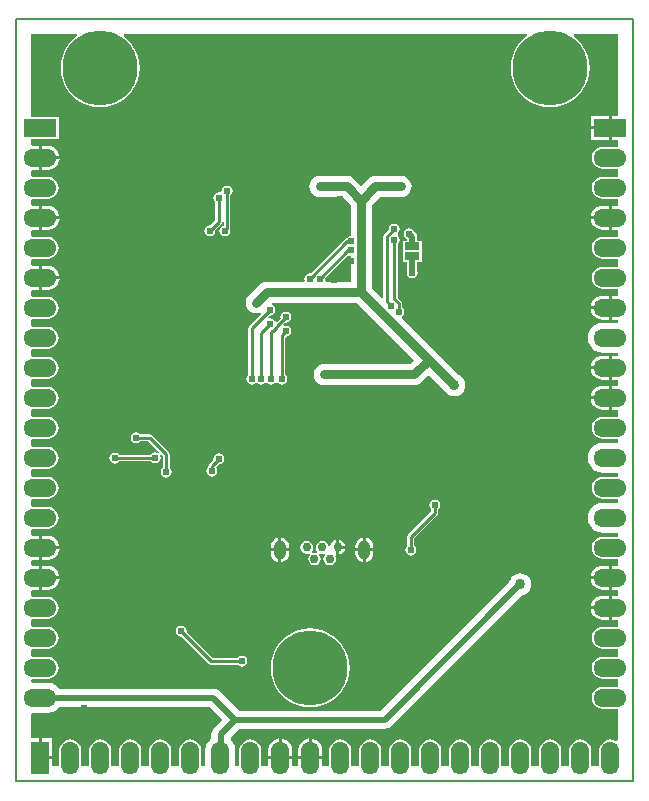
<source format=gbl>
G04 Layer_Physical_Order=2*
G04 Layer_Color=16711680*
%FSLAX25Y25*%
%MOIN*%
G70*
G01*
G75*
%ADD16C,0.01000*%
%ADD17C,0.02000*%
%ADD19C,0.03000*%
%ADD23C,0.00500*%
G04:AMPARAMS|DCode=24|XSize=39.37mil|YSize=62.99mil|CornerRadius=19.68mil|HoleSize=0mil|Usage=FLASHONLY|Rotation=0.000|XOffset=0mil|YOffset=0mil|HoleType=Round|Shape=RoundedRectangle|*
%AMROUNDEDRECTD24*
21,1,0.03937,0.02362,0,0,0.0*
21,1,0.00000,0.06299,0,0,0.0*
1,1,0.03937,0.00000,-0.01181*
1,1,0.03937,0.00000,-0.01181*
1,1,0.03937,0.00000,0.01181*
1,1,0.03937,0.00000,0.01181*
%
%ADD24ROUNDEDRECTD24*%
%ADD25C,0.02953*%
%ADD26C,0.25000*%
%ADD27O,0.11000X0.06000*%
%ADD28R,0.11000X0.06000*%
%ADD29O,0.06000X0.11000*%
%ADD30R,0.06000X0.11000*%
%ADD31C,0.02400*%
%ADD32C,0.03400*%
%ADD33R,0.05000X0.02500*%
G36*
X368721Y206000D02*
X365960Y203240D01*
X365479Y202613D01*
X365177Y201883D01*
X365074Y201100D01*
Y199857D01*
X364434Y199366D01*
X363632Y198322D01*
X363129Y197105D01*
X362957Y195800D01*
Y190800D01*
X362732Y190543D01*
X361856D01*
X361631Y190800D01*
Y195800D01*
X361507Y196740D01*
X361145Y197616D01*
X360567Y198368D01*
X359816Y198945D01*
X358940Y199307D01*
X358000Y199431D01*
X357060Y199307D01*
X356185Y198945D01*
X355433Y198368D01*
X354855Y197616D01*
X354493Y196740D01*
X354369Y195800D01*
Y190800D01*
X354144Y190543D01*
X351856D01*
X351631Y190800D01*
Y195800D01*
X351507Y196740D01*
X351145Y197616D01*
X350568Y198368D01*
X349816Y198945D01*
X348940Y199307D01*
X348000Y199431D01*
X347060Y199307D01*
X346184Y198945D01*
X345432Y198368D01*
X344855Y197616D01*
X344493Y196740D01*
X344369Y195800D01*
Y190800D01*
X344144Y190543D01*
X341856D01*
X341631Y190800D01*
Y195800D01*
X341507Y196740D01*
X341145Y197616D01*
X340567Y198368D01*
X339815Y198945D01*
X338940Y199307D01*
X338000Y199431D01*
X337060Y199307D01*
X336185Y198945D01*
X335433Y198368D01*
X334855Y197616D01*
X334493Y196740D01*
X334369Y195800D01*
Y190800D01*
X334144Y190543D01*
X331856D01*
X331631Y190800D01*
Y195800D01*
X331507Y196740D01*
X331145Y197616D01*
X330568Y198368D01*
X329816Y198945D01*
X328940Y199307D01*
X328000Y199431D01*
X327060Y199307D01*
X326185Y198945D01*
X325432Y198368D01*
X324855Y197616D01*
X324493Y196740D01*
X324369Y195800D01*
Y190800D01*
X324144Y190543D01*
X321856D01*
X321631Y190800D01*
Y195800D01*
X321507Y196740D01*
X321145Y197616D01*
X320567Y198368D01*
X319815Y198945D01*
X318940Y199307D01*
X318000Y199431D01*
X317060Y199307D01*
X316184Y198945D01*
X315433Y198368D01*
X314855Y197616D01*
X314493Y196740D01*
X314369Y195800D01*
Y190800D01*
X314144Y190543D01*
X312000D01*
Y192800D01*
X308000D01*
Y193300D01*
X307500D01*
Y199800D01*
X305043D01*
Y207862D01*
X305494Y208258D01*
X305500Y208257D01*
X310500D01*
X311805Y208429D01*
X313022Y208932D01*
X314066Y209734D01*
X314480Y210274D01*
X364447D01*
X368721Y206000D01*
D02*
G37*
G36*
X500457Y407300D02*
X498500D01*
Y403300D01*
Y399300D01*
X500457D01*
Y396931D01*
X495500D01*
X494560Y396807D01*
X493684Y396445D01*
X492932Y395867D01*
X492355Y395115D01*
X491993Y394240D01*
X491869Y393300D01*
X491993Y392360D01*
X492355Y391484D01*
X492932Y390733D01*
X493684Y390155D01*
X494560Y389793D01*
X495500Y389669D01*
X500457D01*
Y386931D01*
X495500D01*
X494560Y386807D01*
X493684Y386445D01*
X492932Y385868D01*
X492355Y385116D01*
X491993Y384240D01*
X491869Y383300D01*
X491993Y382360D01*
X492355Y381485D01*
X492932Y380732D01*
X493684Y380155D01*
X494560Y379793D01*
X495500Y379669D01*
X500457D01*
Y377334D01*
X498500D01*
Y373300D01*
Y369266D01*
X500457D01*
Y366931D01*
X495500D01*
X494560Y366807D01*
X493684Y366445D01*
X492932Y365867D01*
X492355Y365115D01*
X491993Y364240D01*
X491869Y363300D01*
X491993Y362360D01*
X492355Y361485D01*
X492932Y360733D01*
X493684Y360155D01*
X494560Y359793D01*
X495500Y359669D01*
X500457D01*
Y356931D01*
X495500D01*
X494560Y356807D01*
X493684Y356445D01*
X492932Y355868D01*
X492355Y355116D01*
X491993Y354240D01*
X491869Y353300D01*
X491993Y352360D01*
X492355Y351484D01*
X492932Y350732D01*
X493684Y350155D01*
X494560Y349793D01*
X495500Y349669D01*
X500457D01*
Y347335D01*
X498500D01*
Y343300D01*
Y339265D01*
X500457D01*
Y338343D01*
X495500D01*
X494195Y338171D01*
X492978Y337667D01*
X491934Y336866D01*
X491132Y335822D01*
X490629Y334605D01*
X490457Y333300D01*
X490629Y331995D01*
X491132Y330778D01*
X491934Y329734D01*
X492978Y328932D01*
X494195Y328429D01*
X495500Y328257D01*
X500457D01*
Y327334D01*
X498500D01*
Y323300D01*
Y319266D01*
X500457D01*
Y317335D01*
X498500D01*
Y313300D01*
Y309265D01*
X500457D01*
Y306931D01*
X495500D01*
X494560Y306807D01*
X493684Y306445D01*
X492932Y305868D01*
X492355Y305116D01*
X491993Y304240D01*
X491869Y303300D01*
X491993Y302360D01*
X492355Y301484D01*
X492932Y300732D01*
X493684Y300155D01*
X494560Y299793D01*
X495500Y299669D01*
X500457D01*
Y298343D01*
X495500D01*
X494195Y298171D01*
X492978Y297668D01*
X491934Y296866D01*
X491132Y295822D01*
X490629Y294605D01*
X490457Y293300D01*
X490629Y291995D01*
X491132Y290778D01*
X491934Y289734D01*
X492978Y288932D01*
X494195Y288429D01*
X495500Y288257D01*
X500457D01*
Y286931D01*
X495500D01*
X494560Y286807D01*
X493684Y286445D01*
X492932Y285868D01*
X492355Y285116D01*
X491993Y284240D01*
X491869Y283300D01*
X491993Y282360D01*
X492355Y281485D01*
X492932Y280732D01*
X493684Y280155D01*
X494560Y279793D01*
X495500Y279669D01*
X500457D01*
Y278343D01*
X495500D01*
X494195Y278171D01*
X492978Y277667D01*
X491934Y276866D01*
X491132Y275822D01*
X490629Y274605D01*
X490457Y273300D01*
X490629Y271995D01*
X491132Y270778D01*
X491934Y269734D01*
X492978Y268933D01*
X494195Y268429D01*
X495500Y268257D01*
X500457D01*
Y266931D01*
X495500D01*
X494560Y266807D01*
X493684Y266445D01*
X492932Y265867D01*
X492355Y265115D01*
X491993Y264240D01*
X491869Y263300D01*
X491993Y262360D01*
X492355Y261485D01*
X492932Y260733D01*
X493684Y260155D01*
X494560Y259793D01*
X495500Y259669D01*
X500457D01*
Y257334D01*
X498500D01*
Y253300D01*
Y249266D01*
X500457D01*
Y247335D01*
X498500D01*
Y243300D01*
Y239265D01*
X500457D01*
Y236931D01*
X495500D01*
X494560Y236807D01*
X493684Y236445D01*
X492932Y235868D01*
X492355Y235116D01*
X491993Y234240D01*
X491869Y233300D01*
X491993Y232360D01*
X492355Y231485D01*
X492932Y230732D01*
X493684Y230155D01*
X494560Y229793D01*
X495500Y229669D01*
X500457D01*
Y226931D01*
X495500D01*
X494560Y226807D01*
X493684Y226445D01*
X492932Y225868D01*
X492355Y225115D01*
X491993Y224240D01*
X491869Y223300D01*
X491993Y222360D01*
X492355Y221484D01*
X492932Y220732D01*
X493684Y220155D01*
X494560Y219793D01*
X495500Y219669D01*
X500457D01*
Y216931D01*
X495500D01*
X494560Y216807D01*
X493684Y216445D01*
X492932Y215867D01*
X492355Y215115D01*
X491993Y214240D01*
X491869Y213300D01*
X491993Y212360D01*
X492355Y211485D01*
X492932Y210733D01*
X493684Y210155D01*
X494560Y209793D01*
X495500Y209669D01*
X500457D01*
Y199131D01*
X499919Y198865D01*
X499816Y198945D01*
X498940Y199307D01*
X498000Y199431D01*
X497060Y199307D01*
X496184Y198945D01*
X495432Y198368D01*
X494855Y197616D01*
X494493Y196740D01*
X494369Y195800D01*
Y190800D01*
X494144Y190543D01*
X491856D01*
X491631Y190800D01*
Y195800D01*
X491507Y196740D01*
X491145Y197616D01*
X490568Y198368D01*
X489816Y198945D01*
X488940Y199307D01*
X488000Y199431D01*
X487060Y199307D01*
X486185Y198945D01*
X485432Y198368D01*
X484855Y197616D01*
X484493Y196740D01*
X484369Y195800D01*
Y190800D01*
X484144Y190543D01*
X481856D01*
X481631Y190800D01*
Y195800D01*
X481507Y196740D01*
X481145Y197616D01*
X480568Y198368D01*
X479815Y198945D01*
X478940Y199307D01*
X478000Y199431D01*
X477060Y199307D01*
X476185Y198945D01*
X475432Y198368D01*
X474855Y197616D01*
X474493Y196740D01*
X474369Y195800D01*
Y190800D01*
X474144Y190543D01*
X471856D01*
X471631Y190800D01*
Y195800D01*
X471507Y196740D01*
X471145Y197616D01*
X470568Y198368D01*
X469815Y198945D01*
X468940Y199307D01*
X468000Y199431D01*
X467060Y199307D01*
X466185Y198945D01*
X465432Y198368D01*
X464855Y197616D01*
X464493Y196740D01*
X464369Y195800D01*
Y190800D01*
X464144Y190543D01*
X461856D01*
X461631Y190800D01*
Y195800D01*
X461507Y196740D01*
X461145Y197616D01*
X460568Y198368D01*
X459816Y198945D01*
X458940Y199307D01*
X458000Y199431D01*
X457060Y199307D01*
X456184Y198945D01*
X455432Y198368D01*
X454855Y197616D01*
X454493Y196740D01*
X454369Y195800D01*
Y190800D01*
X454144Y190543D01*
X451856D01*
X451631Y190800D01*
Y195800D01*
X451507Y196740D01*
X451145Y197616D01*
X450568Y198368D01*
X449816Y198945D01*
X448940Y199307D01*
X448000Y199431D01*
X447060Y199307D01*
X446184Y198945D01*
X445432Y198368D01*
X444855Y197616D01*
X444493Y196740D01*
X444369Y195800D01*
Y190800D01*
X444144Y190543D01*
X441856D01*
X441631Y190800D01*
Y195800D01*
X441507Y196740D01*
X441145Y197616D01*
X440568Y198368D01*
X439816Y198945D01*
X438940Y199307D01*
X438000Y199431D01*
X437060Y199307D01*
X436185Y198945D01*
X435432Y198368D01*
X434855Y197616D01*
X434493Y196740D01*
X434369Y195800D01*
Y190800D01*
X434144Y190543D01*
X431856D01*
X431631Y190800D01*
Y195800D01*
X431507Y196740D01*
X431145Y197616D01*
X430568Y198368D01*
X429815Y198945D01*
X428940Y199307D01*
X428000Y199431D01*
X427060Y199307D01*
X426185Y198945D01*
X425432Y198368D01*
X424855Y197616D01*
X424493Y196740D01*
X424369Y195800D01*
Y190800D01*
X424144Y190543D01*
X421856D01*
X421631Y190800D01*
Y195800D01*
X421507Y196740D01*
X421145Y197616D01*
X420568Y198368D01*
X419815Y198945D01*
X418940Y199307D01*
X418000Y199431D01*
X417060Y199307D01*
X416185Y198945D01*
X415432Y198368D01*
X414855Y197616D01*
X414493Y196740D01*
X414369Y195800D01*
Y190800D01*
X414144Y190543D01*
X411856D01*
X411631Y190800D01*
Y195800D01*
X411507Y196740D01*
X411145Y197616D01*
X410568Y198368D01*
X409816Y198945D01*
X408940Y199307D01*
X408000Y199431D01*
X407060Y199307D01*
X406184Y198945D01*
X405433Y198368D01*
X404855Y197616D01*
X404493Y196740D01*
X404369Y195800D01*
Y190800D01*
X404144Y190543D01*
X402260D01*
X402035Y190800D01*
Y192800D01*
X398000D01*
X393966D01*
Y190800D01*
X393740Y190543D01*
X392260D01*
X392035Y190800D01*
Y192800D01*
X388000D01*
X383965D01*
Y190800D01*
X383740Y190543D01*
X381856D01*
X381631Y190800D01*
Y195800D01*
X381507Y196740D01*
X381145Y197616D01*
X380568Y198368D01*
X379816Y198945D01*
X378940Y199307D01*
X378000Y199431D01*
X377060Y199307D01*
X376185Y198945D01*
X375432Y198368D01*
X374855Y197616D01*
X374493Y196740D01*
X374369Y195800D01*
Y190800D01*
X374144Y190543D01*
X373268D01*
X373043Y190800D01*
Y195800D01*
X372871Y197105D01*
X372368Y198322D01*
X371566Y199366D01*
X371513Y199407D01*
X371466Y200187D01*
X374253Y202974D01*
X422900D01*
X423683Y203077D01*
X424413Y203380D01*
X425040Y203860D01*
X468630Y247451D01*
X468966Y247495D01*
X469866Y247868D01*
X470639Y248461D01*
X471232Y249234D01*
X471605Y250134D01*
X471732Y251100D01*
X471605Y252066D01*
X471232Y252966D01*
X470639Y253739D01*
X469866Y254332D01*
X468966Y254705D01*
X468000Y254832D01*
X467034Y254705D01*
X466134Y254332D01*
X465361Y253739D01*
X464768Y252966D01*
X464395Y252066D01*
X464351Y251730D01*
X421647Y209026D01*
X374253D01*
X367840Y215440D01*
X367213Y215920D01*
X366483Y216223D01*
X365700Y216326D01*
X314480D01*
X314066Y216866D01*
X313022Y217668D01*
X311805Y218171D01*
X310500Y218343D01*
X305535D01*
X305084Y218771D01*
X305084Y219267D01*
X305500Y219669D01*
X310500D01*
X311440Y219793D01*
X312316Y220155D01*
X313068Y220732D01*
X313645Y221484D01*
X314007Y222360D01*
X314131Y223300D01*
X314007Y224240D01*
X313645Y225115D01*
X313068Y225868D01*
X312316Y226445D01*
X311440Y226807D01*
X310500Y226931D01*
X305500D01*
X305494Y226930D01*
X305043Y227326D01*
Y229274D01*
X305494Y229670D01*
X305500Y229669D01*
X310500D01*
X311440Y229793D01*
X312316Y230155D01*
X313068Y230732D01*
X313645Y231485D01*
X314007Y232360D01*
X314131Y233300D01*
X314007Y234240D01*
X313645Y235116D01*
X313068Y235868D01*
X312316Y236445D01*
X311440Y236807D01*
X310500Y236931D01*
X305500D01*
X305494Y236930D01*
X305043Y237326D01*
Y239274D01*
X305494Y239670D01*
X305500Y239669D01*
X310500D01*
X311440Y239793D01*
X312316Y240155D01*
X313068Y240733D01*
X313645Y241484D01*
X314007Y242360D01*
X314131Y243300D01*
X314007Y244240D01*
X313645Y245115D01*
X313068Y245867D01*
X312316Y246445D01*
X311440Y246807D01*
X310500Y246931D01*
X305500D01*
X305494Y246930D01*
X305043Y247326D01*
Y248871D01*
X305494Y249266D01*
X305500Y249266D01*
X307500D01*
Y253300D01*
Y257334D01*
X305500D01*
X305494Y257334D01*
X305043Y257729D01*
Y258871D01*
X305494Y259266D01*
X305500Y259265D01*
X307500D01*
Y263300D01*
Y267335D01*
X305500D01*
X305494Y267334D01*
X305043Y267729D01*
Y269274D01*
X305494Y269670D01*
X305500Y269669D01*
X310500D01*
X311440Y269793D01*
X312316Y270155D01*
X313068Y270732D01*
X313645Y271484D01*
X314007Y272360D01*
X314131Y273300D01*
X314007Y274240D01*
X313645Y275115D01*
X313068Y275868D01*
X312316Y276445D01*
X311440Y276807D01*
X310500Y276931D01*
X305500D01*
X305494Y276930D01*
X305043Y277326D01*
Y279274D01*
X305494Y279670D01*
X305500Y279669D01*
X310500D01*
X311440Y279793D01*
X312316Y280155D01*
X313068Y280732D01*
X313645Y281485D01*
X314007Y282360D01*
X314131Y283300D01*
X314007Y284240D01*
X313645Y285116D01*
X313068Y285868D01*
X312316Y286445D01*
X311440Y286807D01*
X310500Y286931D01*
X305500D01*
X305494Y286930D01*
X305043Y287326D01*
Y289274D01*
X305494Y289670D01*
X305500Y289669D01*
X310500D01*
X311440Y289793D01*
X312316Y290155D01*
X313068Y290733D01*
X313645Y291484D01*
X314007Y292360D01*
X314131Y293300D01*
X314007Y294240D01*
X313645Y295115D01*
X313068Y295867D01*
X312316Y296445D01*
X311440Y296807D01*
X310500Y296931D01*
X305500D01*
X305494Y296930D01*
X305043Y297326D01*
Y299274D01*
X305494Y299670D01*
X305500Y299669D01*
X310500D01*
X311440Y299793D01*
X312316Y300155D01*
X313068Y300732D01*
X313645Y301484D01*
X314007Y302360D01*
X314131Y303300D01*
X314007Y304240D01*
X313645Y305116D01*
X313068Y305868D01*
X312316Y306445D01*
X311440Y306807D01*
X310500Y306931D01*
X305500D01*
X305494Y306930D01*
X305043Y307326D01*
Y309274D01*
X305494Y309670D01*
X305500Y309669D01*
X310500D01*
X311440Y309793D01*
X312316Y310155D01*
X313068Y310733D01*
X313645Y311485D01*
X314007Y312360D01*
X314131Y313300D01*
X314007Y314240D01*
X313645Y315115D01*
X313068Y315867D01*
X312316Y316445D01*
X311440Y316807D01*
X310500Y316931D01*
X305500D01*
X305494Y316930D01*
X305043Y317326D01*
Y319274D01*
X305494Y319670D01*
X305500Y319669D01*
X310500D01*
X311440Y319793D01*
X312316Y320155D01*
X313068Y320732D01*
X313645Y321484D01*
X314007Y322360D01*
X314131Y323300D01*
X314007Y324240D01*
X313645Y325115D01*
X313068Y325868D01*
X312316Y326445D01*
X311440Y326807D01*
X310500Y326931D01*
X305500D01*
X305494Y326930D01*
X305043Y327326D01*
Y329274D01*
X305494Y329670D01*
X305500Y329669D01*
X310500D01*
X311440Y329793D01*
X312316Y330155D01*
X313068Y330732D01*
X313645Y331485D01*
X314007Y332360D01*
X314131Y333300D01*
X314007Y334240D01*
X313645Y335116D01*
X313068Y335868D01*
X312316Y336445D01*
X311440Y336807D01*
X310500Y336931D01*
X305500D01*
X305494Y336930D01*
X305043Y337326D01*
Y339274D01*
X305494Y339670D01*
X305500Y339669D01*
X310500D01*
X311440Y339793D01*
X312316Y340155D01*
X313068Y340733D01*
X313645Y341484D01*
X314007Y342360D01*
X314131Y343300D01*
X314007Y344240D01*
X313645Y345115D01*
X313068Y345867D01*
X312316Y346445D01*
X311440Y346807D01*
X310500Y346931D01*
X305500D01*
X305494Y346930D01*
X305043Y347326D01*
Y348871D01*
X305494Y349266D01*
X305500Y349266D01*
X307500D01*
Y353300D01*
Y357334D01*
X305500D01*
X305494Y357334D01*
X305043Y357729D01*
Y359274D01*
X305494Y359670D01*
X305500Y359669D01*
X310500D01*
X311440Y359793D01*
X312316Y360155D01*
X313068Y360733D01*
X313645Y361485D01*
X314007Y362360D01*
X314131Y363300D01*
X314007Y364240D01*
X313645Y365115D01*
X313068Y365867D01*
X312316Y366445D01*
X311440Y366807D01*
X310500Y366931D01*
X305500D01*
X305494Y366930D01*
X305043Y367326D01*
Y368871D01*
X305494Y369266D01*
X305500Y369266D01*
X307500D01*
Y373300D01*
Y377334D01*
X305500D01*
X305494Y377334D01*
X305043Y377729D01*
Y379274D01*
X305494Y379670D01*
X305500Y379669D01*
X310500D01*
X311440Y379793D01*
X312316Y380155D01*
X313068Y380732D01*
X313645Y381485D01*
X314007Y382360D01*
X314131Y383300D01*
X314007Y384240D01*
X313645Y385116D01*
X313068Y385868D01*
X312316Y386445D01*
X311440Y386807D01*
X310500Y386931D01*
X305500D01*
X305494Y386930D01*
X305043Y387326D01*
Y388871D01*
X305494Y389266D01*
X305500Y389265D01*
X307500D01*
Y393300D01*
Y397335D01*
X305500D01*
X305494Y397334D01*
X305043Y397729D01*
Y399700D01*
X314100D01*
Y406900D01*
X305043D01*
Y434457D01*
X320101D01*
X320190Y433857D01*
X318708Y432592D01*
X317369Y431024D01*
X316292Y429266D01*
X315503Y427361D01*
X315021Y425356D01*
X314860Y423300D01*
X315021Y421244D01*
X315503Y419239D01*
X316292Y417334D01*
X317369Y415576D01*
X318708Y414008D01*
X320276Y412669D01*
X322034Y411592D01*
X323939Y410803D01*
X325944Y410321D01*
X328000Y410159D01*
X330056Y410321D01*
X332061Y410803D01*
X333966Y411592D01*
X335724Y412669D01*
X337292Y414008D01*
X338631Y415576D01*
X339708Y417334D01*
X340497Y419239D01*
X340979Y421244D01*
X341141Y423300D01*
X340979Y425356D01*
X340497Y427361D01*
X339708Y429266D01*
X338631Y431024D01*
X337292Y432592D01*
X335810Y433857D01*
X335899Y434457D01*
X470101D01*
X470190Y433857D01*
X468708Y432592D01*
X467369Y431024D01*
X466292Y429266D01*
X465503Y427361D01*
X465021Y425356D01*
X464859Y423300D01*
X465021Y421244D01*
X465503Y419239D01*
X466292Y417334D01*
X467369Y415576D01*
X468708Y414008D01*
X470276Y412669D01*
X472034Y411592D01*
X473939Y410803D01*
X475944Y410321D01*
X478000Y410159D01*
X480056Y410321D01*
X482061Y410803D01*
X483966Y411592D01*
X485724Y412669D01*
X487292Y414008D01*
X488631Y415576D01*
X489708Y417334D01*
X490497Y419239D01*
X490979Y421244D01*
X491141Y423300D01*
X490979Y425356D01*
X490497Y427361D01*
X489708Y429266D01*
X488631Y431024D01*
X487292Y432592D01*
X485810Y433857D01*
X485899Y434457D01*
X500457D01*
Y407300D01*
D02*
G37*
%LPC*%
G36*
X312000Y199800D02*
X308500D01*
Y193800D01*
X312000D01*
Y199800D01*
D02*
G37*
G36*
X419051Y262134D02*
X416557D01*
Y258524D01*
X416832Y258561D01*
X417554Y258860D01*
X418174Y259336D01*
X418650Y259956D01*
X418949Y260678D01*
X419051Y261453D01*
Y262134D01*
D02*
G37*
G36*
X314469Y262800D02*
X308500D01*
Y259265D01*
X310500D01*
X311544Y259403D01*
X312517Y259806D01*
X313353Y260447D01*
X313994Y261283D01*
X314397Y262256D01*
X314469Y262800D01*
D02*
G37*
G36*
X415557Y262134D02*
X413063D01*
Y261453D01*
X413165Y260678D01*
X413464Y259956D01*
X413940Y259336D01*
X414560Y258860D01*
X415282Y258561D01*
X415557Y258524D01*
Y262134D01*
D02*
G37*
G36*
X497500Y257334D02*
X495500D01*
X494456Y257197D01*
X493483Y256794D01*
X492647Y256153D01*
X492006Y255317D01*
X491603Y254344D01*
X491531Y253800D01*
X497500D01*
Y257334D01*
D02*
G37*
G36*
X387407Y262134D02*
X384913D01*
Y261453D01*
X385015Y260678D01*
X385314Y259956D01*
X385790Y259336D01*
X386410Y258860D01*
X387132Y258561D01*
X387407Y258524D01*
Y262134D01*
D02*
G37*
G36*
X390901D02*
X388407D01*
Y258524D01*
X388682Y258561D01*
X389404Y258860D01*
X390024Y259336D01*
X390500Y259956D01*
X390799Y260678D01*
X390901Y261453D01*
Y262134D01*
D02*
G37*
G36*
X388407Y266743D02*
Y263134D01*
X390901D01*
Y263815D01*
X390799Y264590D01*
X390500Y265312D01*
X390024Y265932D01*
X389404Y266408D01*
X388682Y266707D01*
X388407Y266743D01*
D02*
G37*
G36*
X415557D02*
X415282Y266707D01*
X414560Y266408D01*
X413940Y265932D01*
X413464Y265312D01*
X413165Y264590D01*
X413063Y263815D01*
Y263134D01*
X415557D01*
Y266743D01*
D02*
G37*
G36*
X416557D02*
Y263134D01*
X419051D01*
Y263815D01*
X418949Y264590D01*
X418650Y265312D01*
X418174Y265932D01*
X417554Y266408D01*
X416832Y266707D01*
X416557Y266743D01*
D02*
G37*
G36*
X439500Y279335D02*
X438798Y279196D01*
X438202Y278798D01*
X437804Y278202D01*
X437665Y277500D01*
X437804Y276798D01*
X438202Y276202D01*
X438378Y276085D01*
Y275465D01*
X430707Y267793D01*
X430464Y267429D01*
X430378Y267000D01*
X430378Y267000D01*
Y263915D01*
X430202Y263798D01*
X429804Y263202D01*
X429665Y262500D01*
X429804Y261798D01*
X430202Y261202D01*
X430798Y260804D01*
X431500Y260665D01*
X432202Y260804D01*
X432798Y261202D01*
X433196Y261798D01*
X433335Y262500D01*
X433196Y263202D01*
X432798Y263798D01*
X432622Y263915D01*
Y266535D01*
X440293Y274207D01*
X440293Y274207D01*
X440536Y274571D01*
X440622Y275000D01*
X440622Y275000D01*
Y276085D01*
X440798Y276202D01*
X441196Y276798D01*
X441335Y277500D01*
X441196Y278202D01*
X440798Y278798D01*
X440202Y279196D01*
X439500Y279335D01*
D02*
G37*
G36*
X409525Y263000D02*
X407600D01*
Y261075D01*
X408066Y261167D01*
X408885Y261715D01*
X409433Y262534D01*
X409525Y263000D01*
D02*
G37*
G36*
X387407Y266743D02*
X387132Y266707D01*
X386410Y266408D01*
X385790Y265932D01*
X385314Y265312D01*
X385015Y264590D01*
X384913Y263815D01*
Y263134D01*
X387407D01*
Y266743D01*
D02*
G37*
G36*
X388500Y199769D02*
Y193800D01*
X392035D01*
Y195800D01*
X391897Y196844D01*
X391494Y197817D01*
X390853Y198653D01*
X390017Y199294D01*
X389044Y199697D01*
X388500Y199769D01*
D02*
G37*
G36*
X398500D02*
Y193800D01*
X402035D01*
Y195800D01*
X401897Y196844D01*
X401494Y197817D01*
X400853Y198653D01*
X400017Y199294D01*
X399044Y199697D01*
X398500Y199769D01*
D02*
G37*
G36*
X398000Y236440D02*
X395944Y236279D01*
X393939Y235797D01*
X392034Y235008D01*
X390276Y233931D01*
X388708Y232592D01*
X387369Y231024D01*
X386292Y229266D01*
X385503Y227361D01*
X385021Y225356D01*
X384859Y223300D01*
X385021Y221244D01*
X385503Y219239D01*
X386292Y217334D01*
X387369Y215576D01*
X388708Y214008D01*
X390276Y212669D01*
X392034Y211592D01*
X393939Y210803D01*
X395944Y210321D01*
X398000Y210159D01*
X400056Y210321D01*
X402061Y210803D01*
X403966Y211592D01*
X405724Y212669D01*
X407292Y214008D01*
X408631Y215576D01*
X409708Y217334D01*
X410497Y219239D01*
X410979Y221244D01*
X411140Y223300D01*
X410979Y225356D01*
X410497Y227361D01*
X409708Y229266D01*
X408631Y231024D01*
X407292Y232592D01*
X405724Y233931D01*
X403966Y235008D01*
X402061Y235797D01*
X400056Y236279D01*
X398000Y236440D01*
D02*
G37*
G36*
X387500Y199769D02*
X386956Y199697D01*
X385983Y199294D01*
X385147Y198653D01*
X384506Y197817D01*
X384103Y196844D01*
X383965Y195800D01*
Y193800D01*
X387500D01*
Y199769D01*
D02*
G37*
G36*
X397500D02*
X396956Y199697D01*
X395983Y199294D01*
X395147Y198653D01*
X394506Y197817D01*
X394103Y196844D01*
X393966Y195800D01*
Y193800D01*
X397500D01*
Y199769D01*
D02*
G37*
G36*
X314469Y252800D02*
X308500D01*
Y249266D01*
X310500D01*
X311544Y249403D01*
X312517Y249806D01*
X313353Y250447D01*
X313994Y251283D01*
X314397Y252256D01*
X314469Y252800D01*
D02*
G37*
G36*
X497500D02*
X491531D01*
X491603Y252256D01*
X492006Y251283D01*
X492647Y250447D01*
X493483Y249806D01*
X494456Y249403D01*
X495500Y249266D01*
X497500D01*
Y252800D01*
D02*
G37*
G36*
X310500Y257334D02*
X308500D01*
Y253800D01*
X314469D01*
X314397Y254344D01*
X313994Y255317D01*
X313353Y256153D01*
X312517Y256794D01*
X311544Y257197D01*
X310500Y257334D01*
D02*
G37*
G36*
X355000Y237335D02*
X354298Y237196D01*
X353702Y236798D01*
X353304Y236202D01*
X353165Y235500D01*
X353304Y234798D01*
X353702Y234202D01*
X354298Y233804D01*
X355000Y233665D01*
X355208Y233706D01*
X364207Y224707D01*
X364207Y224707D01*
X364571Y224464D01*
X365000Y224378D01*
X365000Y224378D01*
X373718D01*
X373836Y224202D01*
X374431Y223804D01*
X375133Y223665D01*
X375836Y223804D01*
X376431Y224202D01*
X376829Y224798D01*
X376969Y225500D01*
X376829Y226202D01*
X376431Y226798D01*
X375836Y227196D01*
X375133Y227335D01*
X374431Y227196D01*
X373836Y226798D01*
X373718Y226622D01*
X365465D01*
X356794Y235292D01*
X356835Y235500D01*
X356696Y236202D01*
X356298Y236798D01*
X355702Y237196D01*
X355000Y237335D01*
D02*
G37*
G36*
X497500Y242800D02*
X491531D01*
X491603Y242256D01*
X492006Y241283D01*
X492647Y240447D01*
X493483Y239806D01*
X494456Y239403D01*
X495500Y239265D01*
X497500D01*
Y242800D01*
D02*
G37*
G36*
Y247335D02*
X495500D01*
X494456Y247197D01*
X493483Y246794D01*
X492647Y246153D01*
X492006Y245317D01*
X491603Y244344D01*
X491531Y243800D01*
X497500D01*
Y247335D01*
D02*
G37*
G36*
X314469Y372800D02*
X308500D01*
Y369266D01*
X310500D01*
X311544Y369403D01*
X312517Y369806D01*
X313353Y370447D01*
X313994Y371283D01*
X314397Y372256D01*
X314469Y372800D01*
D02*
G37*
G36*
X497500D02*
X491531D01*
X491603Y372256D01*
X492006Y371283D01*
X492647Y370447D01*
X493483Y369806D01*
X494456Y369403D01*
X495500Y369266D01*
X497500D01*
Y372800D01*
D02*
G37*
G36*
X310500Y377334D02*
X308500D01*
Y373800D01*
X314469D01*
X314397Y374344D01*
X313994Y375317D01*
X313353Y376153D01*
X312517Y376794D01*
X311544Y377197D01*
X310500Y377334D01*
D02*
G37*
G36*
X497500Y407300D02*
X491500D01*
Y403800D01*
X497500D01*
Y407300D01*
D02*
G37*
G36*
X431000Y369835D02*
X430298Y369696D01*
X429702Y369298D01*
X429304Y368702D01*
X429165Y368000D01*
X429304Y367298D01*
X429702Y366702D01*
X430298Y366304D01*
X430369Y366290D01*
Y365644D01*
X430292Y365593D01*
X428900D01*
Y361893D01*
Y358650D01*
X430369D01*
Y355798D01*
X430304Y355702D01*
X430165Y355000D01*
X430304Y354298D01*
X430702Y353702D01*
X431298Y353304D01*
X432000Y353165D01*
X432702Y353304D01*
X433298Y353702D01*
X433696Y354298D01*
X433835Y355000D01*
X433696Y355702D01*
X433631Y355798D01*
Y358650D01*
X435100D01*
Y361893D01*
Y365593D01*
X433631D01*
Y367000D01*
X433507Y367624D01*
X433153Y368154D01*
X432718Y368589D01*
X432696Y368702D01*
X432298Y369298D01*
X431702Y369696D01*
X431000Y369835D01*
D02*
G37*
G36*
X310500Y357334D02*
X308500D01*
Y353800D01*
X314469D01*
X314397Y354344D01*
X313994Y355317D01*
X313353Y356153D01*
X312517Y356794D01*
X311544Y357197D01*
X310500Y357334D01*
D02*
G37*
G36*
X314469Y392800D02*
X308500D01*
Y389265D01*
X310500D01*
X311544Y389403D01*
X312517Y389806D01*
X313353Y390447D01*
X313994Y391283D01*
X314397Y392256D01*
X314469Y392800D01*
D02*
G37*
G36*
X310500Y397335D02*
X308500D01*
Y393800D01*
X314469D01*
X314397Y394344D01*
X313994Y395317D01*
X313353Y396153D01*
X312517Y396794D01*
X311544Y397197D01*
X310500Y397335D01*
D02*
G37*
G36*
X497500Y402800D02*
X491500D01*
Y399300D01*
X497500D01*
Y402800D01*
D02*
G37*
G36*
Y377334D02*
X495500D01*
X494456Y377197D01*
X493483Y376794D01*
X492647Y376153D01*
X492006Y375317D01*
X491603Y374344D01*
X491531Y373800D01*
X497500D01*
Y377334D01*
D02*
G37*
G36*
X370300Y384035D02*
X369598Y383896D01*
X369002Y383498D01*
X368604Y382902D01*
X368465Y382200D01*
X368448Y382169D01*
X367943Y381747D01*
X367500Y381835D01*
X366798Y381696D01*
X366202Y381298D01*
X365804Y380702D01*
X365665Y380000D01*
X365804Y379298D01*
X366202Y378702D01*
X366378Y378585D01*
Y372465D01*
X364708Y370794D01*
X364500Y370835D01*
X363798Y370696D01*
X363202Y370298D01*
X362804Y369702D01*
X362665Y369000D01*
X362804Y368298D01*
X363202Y367702D01*
X363798Y367304D01*
X364500Y367165D01*
X365202Y367304D01*
X365798Y367702D01*
X366196Y368298D01*
X366335Y369000D01*
X366294Y369208D01*
X368293Y371207D01*
X368536Y371571D01*
X368579Y371783D01*
X369179Y371724D01*
Y370671D01*
X368798Y370596D01*
X368202Y370198D01*
X367804Y369602D01*
X367665Y368900D01*
X367804Y368198D01*
X368202Y367602D01*
X368798Y367204D01*
X369500Y367065D01*
X370202Y367204D01*
X370798Y367602D01*
X371196Y368198D01*
X371335Y368900D01*
X371263Y369262D01*
X371336Y369371D01*
X371422Y369800D01*
X371422Y369800D01*
Y380785D01*
X371598Y380902D01*
X371996Y381498D01*
X372135Y382200D01*
X371996Y382902D01*
X371598Y383498D01*
X371002Y383896D01*
X370300Y384035D01*
D02*
G37*
G36*
X428244Y387274D02*
X419744D01*
X418830Y387154D01*
X417979Y386801D01*
X417248Y386240D01*
X415000Y383993D01*
X412752Y386240D01*
X412021Y386801D01*
X411170Y387154D01*
X410256Y387274D01*
X401256D01*
X400342Y387154D01*
X399491Y386801D01*
X398760Y386240D01*
X398199Y385509D01*
X397846Y384658D01*
X397726Y383744D01*
X397846Y382830D01*
X398199Y381979D01*
X398760Y381248D01*
X399491Y380687D01*
X400342Y380334D01*
X401256Y380214D01*
X408794D01*
X411470Y377538D01*
Y369000D01*
Y367235D01*
X410798Y367101D01*
X410202Y366703D01*
X410051Y366476D01*
X409876Y366442D01*
X409512Y366199D01*
X409512Y366198D01*
X398108Y354794D01*
X397900Y354835D01*
X397198Y354696D01*
X396602Y354298D01*
X396204Y353702D01*
X396065Y353000D01*
X396138Y352630D01*
X395716Y352030D01*
X383500D01*
X382586Y351910D01*
X381735Y351557D01*
X381004Y350996D01*
X377504Y347496D01*
X376943Y346765D01*
X376590Y345914D01*
X376470Y345000D01*
X376590Y344086D01*
X376943Y343235D01*
X377504Y342504D01*
X378235Y341943D01*
X379086Y341590D01*
X380000Y341470D01*
X380914Y341590D01*
X381326Y341761D01*
X381666Y341252D01*
X377707Y337293D01*
X377464Y336929D01*
X377378Y336500D01*
X377379Y336500D01*
Y320915D01*
X377202Y320798D01*
X376804Y320202D01*
X376665Y319500D01*
X376804Y318798D01*
X377202Y318202D01*
X377798Y317804D01*
X378500Y317665D01*
X379202Y317804D01*
X379578Y318056D01*
X380000Y318155D01*
X380421Y318056D01*
X380798Y317804D01*
X381500Y317665D01*
X382202Y317804D01*
X382798Y318202D01*
X382889Y318339D01*
X383611D01*
X383702Y318202D01*
X384298Y317804D01*
X385000Y317665D01*
X385702Y317804D01*
X386298Y318202D01*
X386389Y318339D01*
X387111D01*
X387202Y318202D01*
X387798Y317804D01*
X388500Y317665D01*
X389202Y317804D01*
X389798Y318202D01*
X390196Y318798D01*
X390335Y319500D01*
X390196Y320202D01*
X389798Y320798D01*
X389621Y320915D01*
Y333108D01*
X389900Y333665D01*
X390602Y333804D01*
X391198Y334202D01*
X391596Y334798D01*
X391735Y335500D01*
X391596Y336202D01*
X391198Y336798D01*
X390602Y337196D01*
X389900Y337335D01*
X389363Y337228D01*
X389049Y337763D01*
X389692Y338406D01*
X389900Y338365D01*
X390602Y338504D01*
X391198Y338902D01*
X391596Y339498D01*
X391735Y340200D01*
X391596Y340902D01*
X391198Y341498D01*
X390602Y341896D01*
X389900Y342035D01*
X389198Y341896D01*
X388602Y341498D01*
X388204Y340902D01*
X388065Y340200D01*
X388106Y339992D01*
X386770Y338656D01*
X386104Y338839D01*
X385798Y339298D01*
X385202Y339696D01*
X384500Y339835D01*
X384216Y339779D01*
X383959Y340275D01*
X384348Y340695D01*
X384500Y340665D01*
X385202Y340804D01*
X385798Y341202D01*
X386196Y341798D01*
X386335Y342500D01*
X386196Y343202D01*
X385798Y343798D01*
X385488Y344005D01*
X385307Y344698D01*
X385324Y344781D01*
X385465Y344970D01*
X413538D01*
X432508Y326000D01*
X431138Y324630D01*
X402700D01*
X401786Y324510D01*
X400935Y324157D01*
X400204Y323596D01*
X399643Y322865D01*
X399290Y322014D01*
X399170Y321100D01*
X399290Y320186D01*
X399643Y319335D01*
X400204Y318604D01*
X400935Y318043D01*
X401786Y317690D01*
X402700Y317570D01*
X432600D01*
X433514Y317690D01*
X434365Y318043D01*
X435096Y318604D01*
X437500Y321007D01*
X442694Y315814D01*
X442768Y315634D01*
X443361Y314861D01*
X444134Y314268D01*
X445034Y313895D01*
X446000Y313768D01*
X446966Y313895D01*
X447866Y314268D01*
X448639Y314861D01*
X449232Y315634D01*
X449605Y316534D01*
X449732Y317500D01*
X449605Y318466D01*
X449232Y319366D01*
X448639Y320139D01*
X447866Y320732D01*
X447686Y320807D01*
X439996Y328496D01*
X439996Y328496D01*
X428626Y339866D01*
X428702Y340639D01*
X428798Y340702D01*
X429196Y341298D01*
X429335Y342000D01*
X429196Y342702D01*
X428798Y343298D01*
X428622Y343415D01*
Y344753D01*
X428622Y344753D01*
X428536Y345182D01*
X428293Y345546D01*
X427122Y346717D01*
Y364585D01*
X427298Y364702D01*
X427696Y365298D01*
X427835Y366000D01*
X427696Y366702D01*
X427298Y367298D01*
X427161Y367389D01*
Y368111D01*
X427298Y368202D01*
X427696Y368798D01*
X427835Y369500D01*
X427696Y370202D01*
X427298Y370798D01*
X426702Y371196D01*
X426000Y371335D01*
X425298Y371196D01*
X424702Y370798D01*
X424304Y370202D01*
X424165Y369500D01*
X424206Y369292D01*
X422707Y367793D01*
X422464Y367429D01*
X422378Y367000D01*
X422378Y367000D01*
Y346898D01*
X421824Y346668D01*
X418530Y349962D01*
Y369000D01*
Y377538D01*
X421206Y380214D01*
X428244D01*
X429158Y380334D01*
X430009Y380687D01*
X430740Y381248D01*
X431301Y381979D01*
X431654Y382830D01*
X431774Y383744D01*
X431654Y384658D01*
X431301Y385509D01*
X430740Y386240D01*
X430009Y386801D01*
X429158Y387154D01*
X428244Y387274D01*
D02*
G37*
G36*
X367500Y294835D02*
X366798Y294696D01*
X366202Y294298D01*
X365804Y293702D01*
X365665Y293000D01*
X365748Y292581D01*
X364407Y291240D01*
X364164Y290877D01*
X364078Y290447D01*
X364078Y290447D01*
Y290210D01*
X363902Y290092D01*
X363504Y289497D01*
X363365Y288795D01*
X363504Y288092D01*
X363902Y287497D01*
X364498Y287099D01*
X365200Y286959D01*
X365902Y287099D01*
X366498Y287497D01*
X366896Y288092D01*
X367035Y288795D01*
X366896Y289497D01*
X366498Y290092D01*
X366492Y290153D01*
X367504Y291166D01*
X368202Y291304D01*
X368798Y291702D01*
X369196Y292298D01*
X369335Y293000D01*
X369196Y293702D01*
X368798Y294298D01*
X368202Y294696D01*
X367500Y294835D01*
D02*
G37*
G36*
X340000Y301835D02*
X339298Y301696D01*
X338702Y301298D01*
X338304Y300702D01*
X338165Y300000D01*
X338304Y299298D01*
X338702Y298702D01*
X339298Y298304D01*
X340000Y298165D01*
X340702Y298304D01*
X341298Y298702D01*
X341415Y298879D01*
X344035D01*
X347588Y295326D01*
X347206Y294860D01*
X347002Y294996D01*
X346300Y295135D01*
X345598Y294996D01*
X345002Y294598D01*
X344818Y294321D01*
X334215D01*
X334098Y294498D01*
X333502Y294896D01*
X332800Y295035D01*
X332098Y294896D01*
X331502Y294498D01*
X331104Y293902D01*
X330965Y293200D01*
X331104Y292498D01*
X331502Y291902D01*
X332098Y291504D01*
X332800Y291365D01*
X333502Y291504D01*
X334098Y291902D01*
X334215Y292078D01*
X344951D01*
X345002Y292002D01*
X345598Y291604D01*
X346300Y291465D01*
X347002Y291604D01*
X347598Y292002D01*
X347996Y292598D01*
X348135Y293300D01*
X347996Y294002D01*
X347860Y294206D01*
X348326Y294588D01*
X348879Y294035D01*
Y289915D01*
X348702Y289798D01*
X348304Y289202D01*
X348165Y288500D01*
X348304Y287798D01*
X348702Y287202D01*
X349298Y286804D01*
X350000Y286665D01*
X350702Y286804D01*
X351298Y287202D01*
X351696Y287798D01*
X351835Y288500D01*
X351696Y289202D01*
X351298Y289798D01*
X351121Y289915D01*
Y294500D01*
X351036Y294929D01*
X350793Y295293D01*
X350793Y295293D01*
X345293Y300793D01*
X344929Y301036D01*
X344500Y301122D01*
X344500Y301121D01*
X341415D01*
X341298Y301298D01*
X340702Y301696D01*
X340000Y301835D01*
D02*
G37*
G36*
X497500Y312800D02*
X491531D01*
X491603Y312256D01*
X492006Y311283D01*
X492647Y310447D01*
X493483Y309806D01*
X494456Y309403D01*
X495500Y309265D01*
X497500D01*
Y312800D01*
D02*
G37*
G36*
X310500Y267335D02*
X308500D01*
Y263800D01*
X314469D01*
X314397Y264344D01*
X313994Y265317D01*
X313353Y266153D01*
X312517Y266794D01*
X311544Y267197D01*
X310500Y267335D01*
D02*
G37*
G36*
X406600Y265925D02*
X406134Y265833D01*
X405315Y265285D01*
X404767Y264466D01*
X404643Y263841D01*
X404031D01*
X403938Y264310D01*
X403479Y264997D01*
X402792Y265456D01*
X401982Y265617D01*
X401172Y265456D01*
X400485Y264997D01*
X400026Y264310D01*
X399865Y263500D01*
X400026Y262690D01*
X400461Y262039D01*
X400401Y261903D01*
X400388Y261877D01*
X400128Y261540D01*
X399423Y261680D01*
X398718Y261540D01*
X398458Y261877D01*
X398444Y261903D01*
X398385Y262039D01*
X398820Y262690D01*
X398981Y263500D01*
X398820Y264310D01*
X398361Y264997D01*
X397674Y265456D01*
X396864Y265617D01*
X396054Y265456D01*
X395367Y264997D01*
X394908Y264310D01*
X394747Y263500D01*
X394908Y262690D01*
X395367Y262003D01*
X396054Y261544D01*
X396864Y261383D01*
X397569Y261523D01*
X397829Y261185D01*
X397842Y261160D01*
X397902Y261024D01*
X397467Y260373D01*
X397306Y259563D01*
X397467Y258753D01*
X397926Y258066D01*
X398613Y257607D01*
X399423Y257446D01*
X400233Y257607D01*
X400920Y258066D01*
X401379Y258753D01*
X401540Y259563D01*
X401379Y260373D01*
X400944Y261024D01*
X401003Y261160D01*
X401017Y261186D01*
X401277Y261523D01*
X401982Y261383D01*
X402687Y261523D01*
X402947Y261185D01*
X402960Y261160D01*
X403020Y261024D01*
X402585Y260373D01*
X402424Y259563D01*
X402585Y258753D01*
X403044Y258066D01*
X403731Y257607D01*
X404541Y257446D01*
X405351Y257607D01*
X406038Y258066D01*
X406497Y258753D01*
X406658Y259563D01*
X406497Y260373D01*
X406412Y260500D01*
X406600Y260782D01*
Y263500D01*
Y265925D01*
D02*
G37*
G36*
X407600D02*
Y264000D01*
X409525D01*
X409433Y264466D01*
X408885Y265285D01*
X408066Y265833D01*
X407600Y265925D01*
D02*
G37*
G36*
X497500Y342800D02*
X491531D01*
X491603Y342256D01*
X492006Y341283D01*
X492647Y340447D01*
X493483Y339806D01*
X494456Y339403D01*
X495500Y339265D01*
X497500D01*
Y342800D01*
D02*
G37*
G36*
Y347335D02*
X495500D01*
X494456Y347197D01*
X493483Y346794D01*
X492647Y346153D01*
X492006Y345317D01*
X491603Y344344D01*
X491531Y343800D01*
X497500D01*
Y347335D01*
D02*
G37*
G36*
X314469Y352800D02*
X308500D01*
Y349266D01*
X310500D01*
X311544Y349403D01*
X312517Y349806D01*
X313353Y350447D01*
X313994Y351283D01*
X314397Y352256D01*
X314469Y352800D01*
D02*
G37*
G36*
X497500Y317335D02*
X495500D01*
X494456Y317197D01*
X493483Y316794D01*
X492647Y316153D01*
X492006Y315317D01*
X491603Y314344D01*
X491531Y313800D01*
X497500D01*
Y317335D01*
D02*
G37*
G36*
Y322800D02*
X491531D01*
X491603Y322256D01*
X492006Y321283D01*
X492647Y320447D01*
X493483Y319806D01*
X494456Y319403D01*
X495500Y319266D01*
X497500D01*
Y322800D01*
D02*
G37*
G36*
Y327334D02*
X495500D01*
X494456Y327197D01*
X493483Y326794D01*
X492647Y326153D01*
X492006Y325317D01*
X491603Y324344D01*
X491531Y323800D01*
X497500D01*
Y327334D01*
D02*
G37*
%LPD*%
G36*
X410798Y360710D02*
X411470Y360576D01*
Y352030D01*
X403336D01*
X402914Y352630D01*
X402988Y353000D01*
X402946Y353208D01*
X410588Y360850D01*
X410798Y360710D01*
D02*
G37*
D16*
X367500Y372000D02*
Y380000D01*
X370300Y369800D02*
Y382200D01*
X369500Y368900D02*
Y369000D01*
X370300Y369800D01*
X350000Y288500D02*
Y294500D01*
X410744Y383744D02*
X411000Y384000D01*
X431500Y262500D02*
Y267000D01*
X439500Y275000D01*
Y277500D01*
X423500Y345500D02*
X425000Y344000D01*
X423500Y345500D02*
Y367000D01*
X426000Y369500D01*
X410305Y365406D02*
X411500D01*
X410558Y362405D02*
X411500D01*
X397900Y353000D02*
X410305Y365406D01*
X401153Y353000D02*
X410558Y362405D01*
X431000Y364743D02*
X432000Y363743D01*
X388500Y334100D02*
X389900Y335500D01*
X388500Y319500D02*
Y334100D01*
X386800Y337100D02*
X389900Y340200D01*
X386800Y337047D02*
Y337100D01*
X385453Y335700D02*
X386800Y337047D01*
X385400Y335700D02*
X385453D01*
X385000Y335300D02*
X385400Y335700D01*
X385000Y319500D02*
Y335300D01*
X381500Y319500D02*
Y335000D01*
X384500Y338000D01*
X378500Y336500D02*
X384500Y342500D01*
X378500Y319500D02*
Y336500D01*
X367500Y292747D02*
Y293000D01*
X365200Y288795D02*
Y290447D01*
X344500Y300000D02*
X350000Y294500D01*
X340000Y300000D02*
X344500D01*
X332800Y293200D02*
X346200D01*
X346300Y293300D01*
X365200Y290447D02*
X367500Y292747D01*
X426000Y346253D02*
Y366000D01*
Y346253D02*
X427500Y344753D01*
Y342000D02*
Y344753D01*
X355000Y235500D02*
X365000Y225500D01*
X375133D01*
X364500Y369000D02*
X367500Y372000D01*
D17*
X308100Y213300D02*
X365700D01*
X373000Y206000D01*
X368100Y201100D02*
X373000Y206000D01*
X422900D01*
X468000Y251100D01*
X415000Y369000D02*
X415012Y368988D01*
X432000Y355000D02*
Y360500D01*
Y363743D02*
Y367000D01*
X431000Y368000D02*
X432000Y367000D01*
X368100Y193300D02*
Y201100D01*
D19*
X410256Y383744D02*
X415000Y379000D01*
X401256Y383744D02*
X410256D01*
X419744D02*
X428244D01*
X415000Y379000D02*
X419744Y383744D01*
X380000Y345000D02*
X383500Y348500D01*
X415000D01*
Y369000D01*
X437500Y326000D02*
X446000Y317500D01*
X415000Y348500D02*
X437500Y326000D01*
X415000Y369000D02*
Y379000D01*
X402700Y321100D02*
X432600D01*
X437500Y326000D01*
D23*
X300000Y185500D02*
X505500D01*
Y439500D01*
X300000D02*
X505500D01*
X300000Y185500D02*
Y439500D01*
D24*
X416057Y262634D02*
D03*
X387907D02*
D03*
D25*
X404541Y259563D02*
D03*
X407100Y263500D02*
D03*
X401982D02*
D03*
X399423Y259563D02*
D03*
X396864Y263500D02*
D03*
D26*
X478000Y423300D02*
D03*
X328000D02*
D03*
X398000Y223300D02*
D03*
D27*
X498000Y213300D02*
D03*
Y223300D02*
D03*
Y233300D02*
D03*
Y243300D02*
D03*
Y253300D02*
D03*
Y263300D02*
D03*
Y273300D02*
D03*
Y283300D02*
D03*
Y293300D02*
D03*
Y303300D02*
D03*
Y313300D02*
D03*
Y323300D02*
D03*
Y333300D02*
D03*
Y343300D02*
D03*
Y353300D02*
D03*
Y363300D02*
D03*
Y373300D02*
D03*
Y383300D02*
D03*
Y393300D02*
D03*
X308000Y213300D02*
D03*
Y223300D02*
D03*
Y233300D02*
D03*
Y243300D02*
D03*
Y253300D02*
D03*
Y263300D02*
D03*
Y273300D02*
D03*
Y283300D02*
D03*
Y293300D02*
D03*
Y303300D02*
D03*
Y313300D02*
D03*
Y323300D02*
D03*
Y333300D02*
D03*
Y343300D02*
D03*
Y353300D02*
D03*
Y363300D02*
D03*
Y373300D02*
D03*
Y383300D02*
D03*
Y393300D02*
D03*
D28*
X498000Y403300D02*
D03*
X308000D02*
D03*
D29*
X498000Y193300D02*
D03*
X488000D02*
D03*
X478000D02*
D03*
X468000D02*
D03*
X458000D02*
D03*
X448000D02*
D03*
X438000D02*
D03*
X428000D02*
D03*
X418000D02*
D03*
X408000D02*
D03*
X398000D02*
D03*
X388000D02*
D03*
X378000D02*
D03*
X368000D02*
D03*
X358000D02*
D03*
X348000D02*
D03*
X338000D02*
D03*
X328000D02*
D03*
X318000D02*
D03*
D30*
X308000D02*
D03*
D31*
X367500Y380000D02*
D03*
X370300Y382200D02*
D03*
X381400Y370400D02*
D03*
X369500Y368900D02*
D03*
X364500Y369000D02*
D03*
X350000Y288500D02*
D03*
X317000Y318500D02*
D03*
X408000Y379500D02*
D03*
X401256Y389256D02*
D03*
X437153Y389846D02*
D03*
X428256Y389256D02*
D03*
X428244Y383744D02*
D03*
X392244Y389256D02*
D03*
X401256Y383744D02*
D03*
X380000Y345000D02*
D03*
X375133Y225500D02*
D03*
X355000Y235500D02*
D03*
X435000Y287500D02*
D03*
Y314500D02*
D03*
X411500Y359000D02*
D03*
X406000Y352500D02*
D03*
X431500Y262500D02*
D03*
X439500Y277500D02*
D03*
X427500Y342000D02*
D03*
X425000Y344000D02*
D03*
X426000Y369500D02*
D03*
X431000Y368000D02*
D03*
X426000Y366000D02*
D03*
X411500Y365406D02*
D03*
Y362405D02*
D03*
X397900Y353000D02*
D03*
X401153D02*
D03*
X432000Y355000D02*
D03*
X459500Y406000D02*
D03*
X428500Y405500D02*
D03*
X488000Y328000D02*
D03*
X472500Y330000D02*
D03*
X420000Y225000D02*
D03*
Y315000D02*
D03*
X435000Y255000D02*
D03*
X322500Y210000D02*
D03*
X375000Y345000D02*
D03*
X465000Y315000D02*
D03*
X382500Y270000D02*
D03*
X472500Y240000D02*
D03*
X345000Y255000D02*
D03*
X405000D02*
D03*
X330000Y225000D02*
D03*
X367500Y360000D02*
D03*
X352500Y420000D02*
D03*
X322500Y270000D02*
D03*
X367500Y390000D02*
D03*
X390000Y405000D02*
D03*
X472500Y210000D02*
D03*
X345000Y375000D02*
D03*
X450000Y345000D02*
D03*
X345000Y225000D02*
D03*
X330000Y315000D02*
D03*
X345000Y285000D02*
D03*
Y315000D02*
D03*
X412500Y210000D02*
D03*
X405000Y405000D02*
D03*
X412500Y420000D02*
D03*
X442500D02*
D03*
Y270000D02*
D03*
X390000Y255000D02*
D03*
X420000Y375000D02*
D03*
X337500Y390000D02*
D03*
X375000Y255000D02*
D03*
X442500Y300000D02*
D03*
X472500D02*
D03*
X322500Y330000D02*
D03*
Y390000D02*
D03*
X337500Y360000D02*
D03*
X367500Y330000D02*
D03*
X375000Y285000D02*
D03*
X382500Y390000D02*
D03*
X322500Y360000D02*
D03*
X442500Y210000D02*
D03*
X487500Y240000D02*
D03*
Y300000D02*
D03*
X382500Y210000D02*
D03*
X442500Y240000D02*
D03*
X397500Y360000D02*
D03*
X360000Y405000D02*
D03*
X352500Y330000D02*
D03*
X450000Y225000D02*
D03*
X487500Y210000D02*
D03*
X322500Y240000D02*
D03*
X330000Y405000D02*
D03*
X352500Y300000D02*
D03*
X442500Y330000D02*
D03*
X465000Y285000D02*
D03*
X382500Y420000D02*
D03*
X345000Y345000D02*
D03*
X330000Y255000D02*
D03*
X393000Y276000D02*
D03*
X387500Y289500D02*
D03*
X388500Y319500D02*
D03*
X385000D02*
D03*
X381500D02*
D03*
X378500D02*
D03*
X364000Y206500D02*
D03*
X372000Y217000D02*
D03*
X357500Y246000D02*
D03*
Y263500D02*
D03*
Y280500D02*
D03*
X413500Y328500D02*
D03*
X421500Y331000D02*
D03*
X367500Y293000D02*
D03*
X365200Y288795D02*
D03*
X384500Y342500D02*
D03*
Y338000D02*
D03*
X340000Y300000D02*
D03*
X332800Y293200D02*
D03*
X389900Y340200D02*
D03*
Y335500D02*
D03*
X346300Y293300D02*
D03*
X436500Y373000D02*
D03*
X484500Y367000D02*
D03*
X456763Y377546D02*
D03*
Y370746D02*
D03*
X465400Y388500D02*
D03*
X481000Y367000D02*
D03*
X485800Y388500D02*
D03*
X477500Y367000D02*
D03*
X463450Y366940D02*
D03*
X469276Y380037D02*
D03*
X472676D02*
D03*
X474000Y367000D02*
D03*
X485300Y358400D02*
D03*
X460000Y367000D02*
D03*
X459400Y359200D02*
D03*
X481400Y351086D02*
D03*
X462476Y380037D02*
D03*
X478996Y353490D02*
D03*
X465876Y380037D02*
D03*
X470500Y367000D02*
D03*
X456763Y374146D02*
D03*
X449700Y378300D02*
D03*
X479000Y388500D02*
D03*
X456763Y367346D02*
D03*
X455000Y359300D02*
D03*
X488034Y350037D02*
D03*
X488000Y367000D02*
D03*
X479476Y380037D02*
D03*
X476076D02*
D03*
X484634Y350037D02*
D03*
X490800Y358300D02*
D03*
X475600Y388500D02*
D03*
X462000D02*
D03*
X482876Y380037D02*
D03*
X482400Y388500D02*
D03*
X466850Y366975D02*
D03*
X486276Y380037D02*
D03*
X469500Y357700D02*
D03*
X489200Y388500D02*
D03*
X468800D02*
D03*
X449700Y368100D02*
D03*
X450400Y359300D02*
D03*
X472200Y388500D02*
D03*
X459076Y380037D02*
D03*
X449700Y374900D02*
D03*
Y371500D02*
D03*
X402700Y321100D02*
D03*
X392900Y316600D02*
D03*
X416600Y300900D02*
D03*
X397600D02*
D03*
X381400Y310100D02*
D03*
X417800Y288100D02*
D03*
D32*
X468000Y251100D02*
D03*
X446000Y317500D02*
D03*
D33*
X432000Y363743D02*
D03*
Y360500D02*
D03*
M02*

</source>
